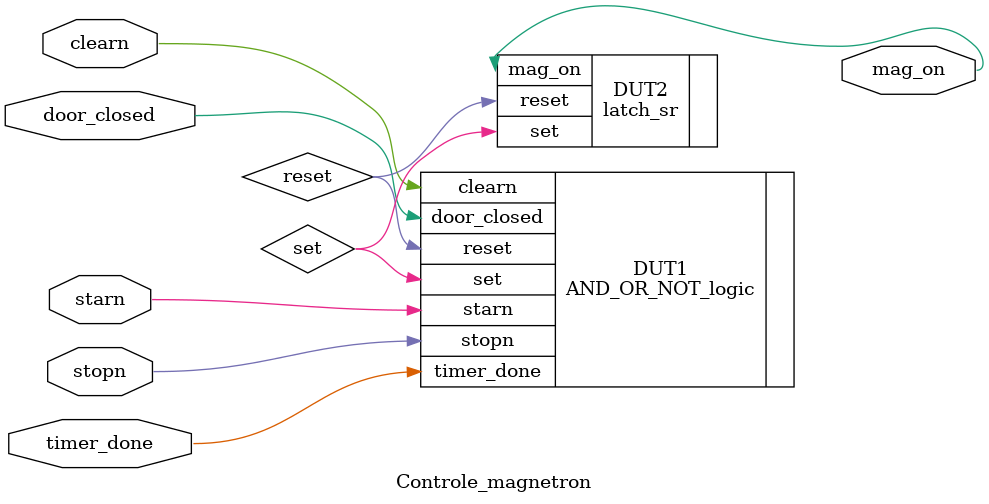
<source format=v>
`include "nivel 3\\AND OR NOT logico\\AND OR NOT logico.v"
`include "nivel 3\\Latch SR\\latch_sr.v"

module Controle_magnetron (input wire starn, stopn, clearn, door_closed, timer_done,
                            output wire mag_on);

wire set, reset;

AND_OR_NOT_logic DUT1(.starn(starn), .stopn(stopn), .clearn(clearn), .door_closed(door_closed),
                        .timer_done(timer_done), .set(set), .reset(reset));
                        
latch_sr DUT2(.set(set), .reset(reset), .mag_on(mag_on));

    
endmodule
</source>
